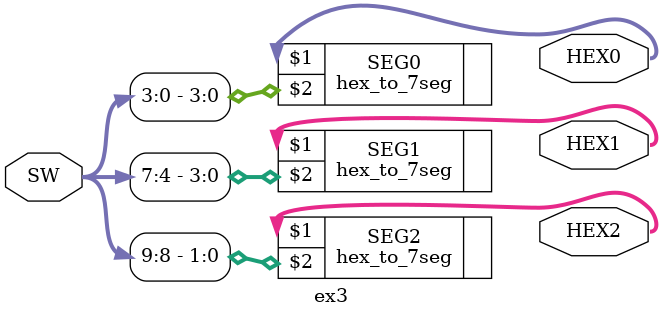
<source format=v>
module ex3(SW,
				HEX0, HEX1, HEX2);
				
	input [9:0] SW;
	output [6:0] HEX0;
	output [6:0] HEX1;
	output [6:0] HEX2;
	
	hex_to_7seg SEG0 (HEX0, SW[3:0]);
	hex_to_7seg SEG1 (HEX1, SW[7:4]);
	hex_to_7seg SEG2 (HEX2, SW[9:8]);
	
endmodule
	
</source>
